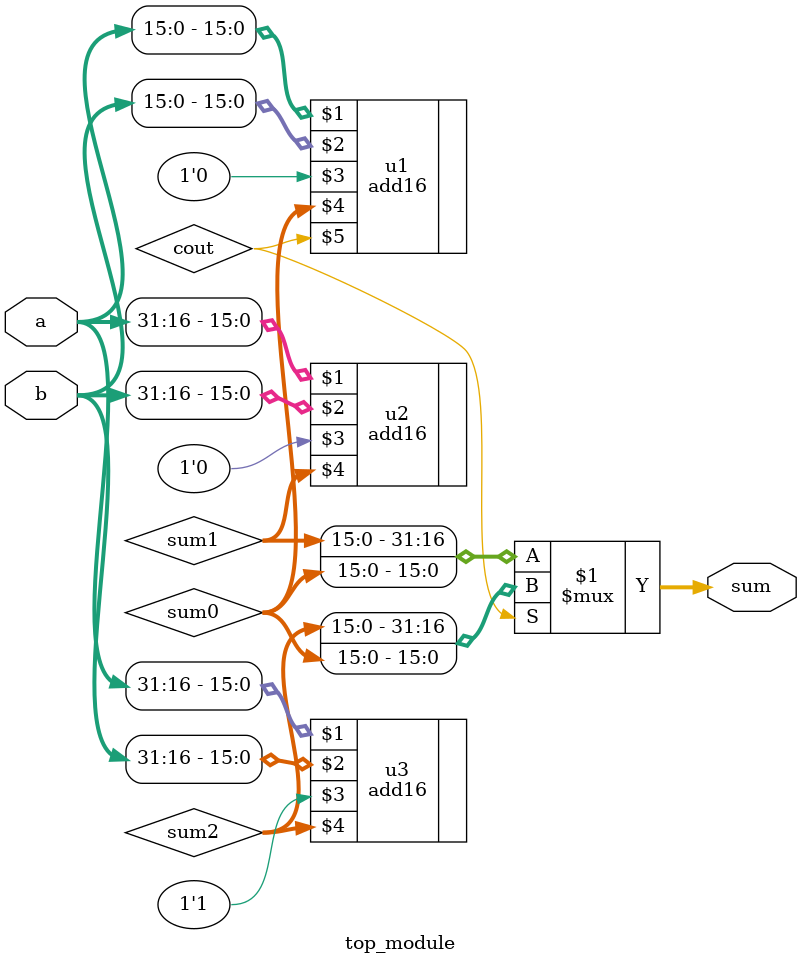
<source format=v>
module top_module(
    input [31:0] a,
    input [31:0] b,
    output [31:0] sum
);
    wire cout;
    wire [15:0] sum0,sum1,sum2;
    add16 u1(a[15:0],b[15:0],1'b0,sum0,cout);
    add16 u2(a[31:16],b[31:16],1'b0,sum1);
    add16 u3(a[31:16],b[31:16],1'b1,sum2);
    
    assign sum = cout ? {sum2,sum0} : {sum1,sum0};
endmodule
</source>
